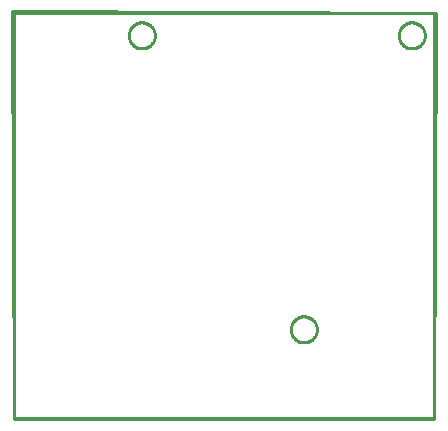
<source format=gbr>
G04 EAGLE Gerber RS-274X export*
G75*
%MOMM*%
%FSLAX34Y34*%
%LPD*%
%IN*%
%IPPOS*%
%AMOC8*
5,1,8,0,0,1.08239X$1,22.5*%
G01*
%ADD10C,0.254000*%


D10*
X10920Y382270D02*
X12190Y36930D01*
X368300Y36930D01*
X369570Y381000D01*
X10920Y382270D01*
X12700Y38100D02*
X368300Y38100D01*
X368300Y381000D01*
X12700Y381000D01*
X12700Y38100D01*
X268810Y112598D02*
X268742Y111736D01*
X268607Y110882D01*
X268405Y110042D01*
X268138Y109220D01*
X267807Y108421D01*
X267415Y107651D01*
X266963Y106914D01*
X266455Y106215D01*
X265894Y105557D01*
X265283Y104946D01*
X264625Y104385D01*
X263926Y103877D01*
X263189Y103425D01*
X262419Y103033D01*
X261620Y102702D01*
X260798Y102435D01*
X259958Y102233D01*
X259104Y102098D01*
X258242Y102030D01*
X257378Y102030D01*
X256516Y102098D01*
X255662Y102233D01*
X254822Y102435D01*
X254000Y102702D01*
X253201Y103033D01*
X252431Y103425D01*
X251694Y103877D01*
X250995Y104385D01*
X250337Y104946D01*
X249726Y105557D01*
X249165Y106215D01*
X248657Y106914D01*
X248205Y107651D01*
X247813Y108421D01*
X247482Y109220D01*
X247215Y110042D01*
X247013Y110882D01*
X246878Y111736D01*
X246810Y112598D01*
X246810Y113462D01*
X246878Y114324D01*
X247013Y115178D01*
X247215Y116018D01*
X247482Y116840D01*
X247813Y117639D01*
X248205Y118409D01*
X248657Y119146D01*
X249165Y119845D01*
X249726Y120503D01*
X250337Y121114D01*
X250995Y121675D01*
X251694Y122183D01*
X252431Y122635D01*
X253201Y123027D01*
X254000Y123358D01*
X254822Y123625D01*
X255662Y123827D01*
X256516Y123962D01*
X257378Y124030D01*
X258242Y124030D01*
X259104Y123962D01*
X259958Y123827D01*
X260798Y123625D01*
X261620Y123358D01*
X262419Y123027D01*
X263189Y122635D01*
X263926Y122183D01*
X264625Y121675D01*
X265283Y121114D01*
X265894Y120503D01*
X266455Y119845D01*
X266963Y119146D01*
X267415Y118409D01*
X267807Y117639D01*
X268138Y116840D01*
X268405Y116018D01*
X268607Y115178D01*
X268742Y114324D01*
X268810Y113462D01*
X268810Y112598D01*
X360250Y361518D02*
X360182Y360656D01*
X360047Y359802D01*
X359845Y358962D01*
X359578Y358140D01*
X359247Y357341D01*
X358855Y356571D01*
X358403Y355834D01*
X357895Y355135D01*
X357334Y354477D01*
X356723Y353866D01*
X356065Y353305D01*
X355366Y352797D01*
X354629Y352345D01*
X353859Y351953D01*
X353060Y351622D01*
X352238Y351355D01*
X351398Y351153D01*
X350544Y351018D01*
X349682Y350950D01*
X348818Y350950D01*
X347956Y351018D01*
X347102Y351153D01*
X346262Y351355D01*
X345440Y351622D01*
X344641Y351953D01*
X343871Y352345D01*
X343134Y352797D01*
X342435Y353305D01*
X341777Y353866D01*
X341166Y354477D01*
X340605Y355135D01*
X340097Y355834D01*
X339645Y356571D01*
X339253Y357341D01*
X338922Y358140D01*
X338655Y358962D01*
X338453Y359802D01*
X338318Y360656D01*
X338250Y361518D01*
X338250Y362382D01*
X338318Y363244D01*
X338453Y364098D01*
X338655Y364938D01*
X338922Y365760D01*
X339253Y366559D01*
X339645Y367329D01*
X340097Y368066D01*
X340605Y368765D01*
X341166Y369423D01*
X341777Y370034D01*
X342435Y370595D01*
X343134Y371103D01*
X343871Y371555D01*
X344641Y371947D01*
X345440Y372278D01*
X346262Y372545D01*
X347102Y372747D01*
X347956Y372882D01*
X348818Y372950D01*
X349682Y372950D01*
X350544Y372882D01*
X351398Y372747D01*
X352238Y372545D01*
X353060Y372278D01*
X353859Y371947D01*
X354629Y371555D01*
X355366Y371103D01*
X356065Y370595D01*
X356723Y370034D01*
X357334Y369423D01*
X357895Y368765D01*
X358403Y368066D01*
X358855Y367329D01*
X359247Y366559D01*
X359578Y365760D01*
X359845Y364938D01*
X360047Y364098D01*
X360182Y363244D01*
X360250Y362382D01*
X360250Y361518D01*
X131650Y361518D02*
X131582Y360656D01*
X131447Y359802D01*
X131245Y358962D01*
X130978Y358140D01*
X130647Y357341D01*
X130255Y356571D01*
X129803Y355834D01*
X129295Y355135D01*
X128734Y354477D01*
X128123Y353866D01*
X127465Y353305D01*
X126766Y352797D01*
X126029Y352345D01*
X125259Y351953D01*
X124460Y351622D01*
X123638Y351355D01*
X122798Y351153D01*
X121944Y351018D01*
X121082Y350950D01*
X120218Y350950D01*
X119356Y351018D01*
X118502Y351153D01*
X117662Y351355D01*
X116840Y351622D01*
X116041Y351953D01*
X115271Y352345D01*
X114534Y352797D01*
X113835Y353305D01*
X113177Y353866D01*
X112566Y354477D01*
X112005Y355135D01*
X111497Y355834D01*
X111045Y356571D01*
X110653Y357341D01*
X110322Y358140D01*
X110055Y358962D01*
X109853Y359802D01*
X109718Y360656D01*
X109650Y361518D01*
X109650Y362382D01*
X109718Y363244D01*
X109853Y364098D01*
X110055Y364938D01*
X110322Y365760D01*
X110653Y366559D01*
X111045Y367329D01*
X111497Y368066D01*
X112005Y368765D01*
X112566Y369423D01*
X113177Y370034D01*
X113835Y370595D01*
X114534Y371103D01*
X115271Y371555D01*
X116041Y371947D01*
X116840Y372278D01*
X117662Y372545D01*
X118502Y372747D01*
X119356Y372882D01*
X120218Y372950D01*
X121082Y372950D01*
X121944Y372882D01*
X122798Y372747D01*
X123638Y372545D01*
X124460Y372278D01*
X125259Y371947D01*
X126029Y371555D01*
X126766Y371103D01*
X127465Y370595D01*
X128123Y370034D01*
X128734Y369423D01*
X129295Y368765D01*
X129803Y368066D01*
X130255Y367329D01*
X130647Y366559D01*
X130978Y365760D01*
X131245Y364938D01*
X131447Y364098D01*
X131582Y363244D01*
X131650Y362382D01*
X131650Y361518D01*
M02*

</source>
